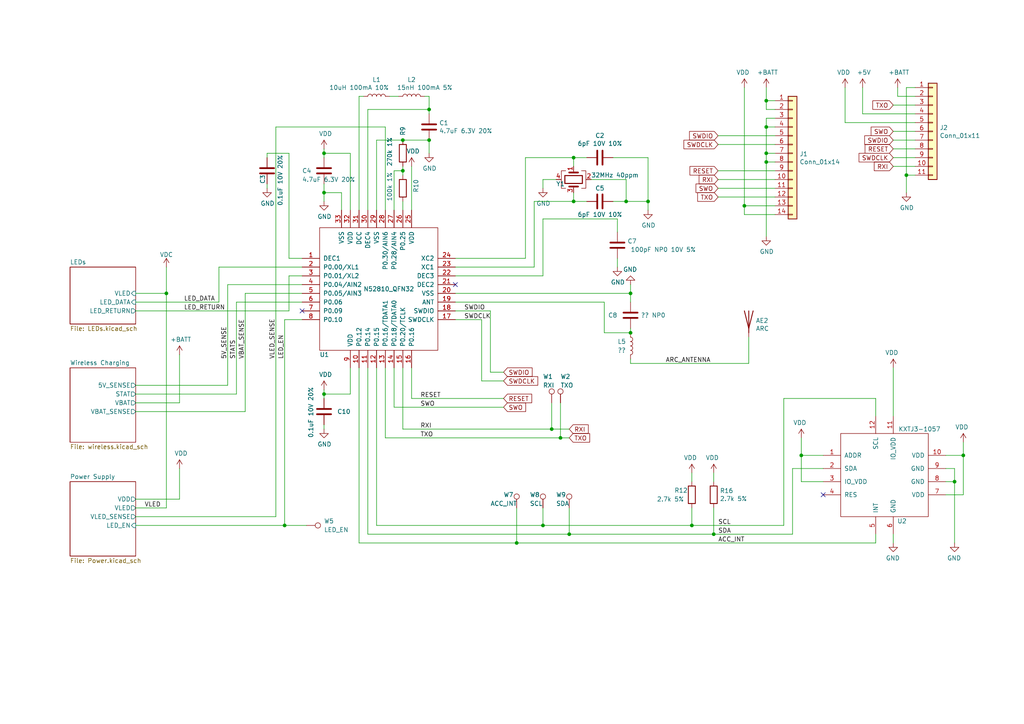
<source format=kicad_sch>
(kicad_sch (version 20211123) (generator eeschema)
  (paper "A4")
  (title_block (title "Pixels D20 Schematic, Main") (date "2021-06-23") (rev "2") (company "Systemic Games, LLC"))
  (lib_symbols
    (symbol "Connector_Generic:Conn_01x11" (pin_names (offset 1.016) hide)
      (property "Reference" "J" (at 0 15.24 0))
      (property "Value" "Conn_01x11" (at 0 -15.24 0))
      (symbol "Conn_01x11_1_1"
        (rectangle (start -1.27 -12.573) (end 0 -12.827) (stroke (width 0.1524)))
        (rectangle (start -1.27 -10.033) (end 0 -10.287) (stroke (width 0.1524)))
        (rectangle (start -1.27 -7.493) (end 0 -7.747) (stroke (width 0.1524)))
        (rectangle (start -1.27 -4.953) (end 0 -5.207) (stroke (width 0.1524)))
        (rectangle (start -1.27 -2.413) (end 0 -2.667) (stroke (width 0.1524)))
        (rectangle (start -1.27 0.127) (end 0 -0.127) (stroke (width 0.1524)))
        (rectangle (start -1.27 2.667) (end 0 2.413) (stroke (width 0.1524)))
        (rectangle (start -1.27 5.207) (end 0 4.953) (stroke (width 0.1524)))
        (rectangle (start -1.27 7.747) (end 0 7.493) (stroke (width 0.1524)))
        (rectangle (start -1.27 10.287) (end 0 10.033) (stroke (width 0.1524)))
        (rectangle (start -1.27 12.827) (end 0 12.573) (stroke (width 0.1524)))
        (rectangle (start -1.27 13.97) (end 1.27 -13.97) (stroke (width 0.254)) (fill (type background)))
        (pin passive line (at -5.08 12.7 0) (length 3.81) (name "Pin_1") (number "1"))
        (pin passive line (at -5.08 -10.16 0) (length 3.81) (name "Pin_10") (number "10"))
        (pin passive line (at -5.08 -12.7 0) (length 3.81) (name "Pin_11") (number "11"))
        (pin passive line (at -5.08 10.16 0) (length 3.81) (name "Pin_2") (number "2"))
        (pin passive line (at -5.08 7.62 0) (length 3.81) (name "Pin_3") (number "3"))
        (pin passive line (at -5.08 5.08 0) (length 3.81) (name "Pin_4") (number "4"))
        (pin passive line (at -5.08 2.54 0) (length 3.81) (name "Pin_5") (number "5"))
        (pin passive line (at -5.08 0 0) (length 3.81) (name "Pin_6") (number "6"))
        (pin passive line (at -5.08 -2.54 0) (length 3.81) (name "Pin_7") (number "7"))
        (pin passive line (at -5.08 -5.08 0) (length 3.81) (name "Pin_8") (number "8"))
        (pin passive line (at -5.08 -7.62 0) (length 3.81) (name "Pin_9") (number "9"))
      )
    )
    (symbol "Connector_Generic:Conn_01x14" (pin_names (offset 1.016) hide)
      (property "Reference" "J" (at 0 17.78 0))
      (property "Value" "Conn_01x14" (at 0 -20.32 0))
      (symbol "Conn_01x14_1_1"
        (rectangle (start -1.27 -17.653) (end 0 -17.907) (stroke (width 0.1524)))
        (rectangle (start -1.27 -15.113) (end 0 -15.367) (stroke (width 0.1524)))
        (rectangle (start -1.27 -12.573) (end 0 -12.827) (stroke (width 0.1524)))
        (rectangle (start -1.27 -10.033) (end 0 -10.287) (stroke (width 0.1524)))
        (rectangle (start -1.27 -7.493) (end 0 -7.747) (stroke (width 0.1524)))
        (rectangle (start -1.27 -4.953) (end 0 -5.207) (stroke (width 0.1524)))
        (rectangle (start -1.27 -2.413) (end 0 -2.667) (stroke (width 0.1524)))
        (rectangle (start -1.27 0.127) (end 0 -0.127) (stroke (width 0.1524)))
        (rectangle (start -1.27 2.667) (end 0 2.413) (stroke (width 0.1524)))
        (rectangle (start -1.27 5.207) (end 0 4.953) (stroke (width 0.1524)))
        (rectangle (start -1.27 7.747) (end 0 7.493) (stroke (width 0.1524)))
        (rectangle (start -1.27 10.287) (end 0 10.033) (stroke (width 0.1524)))
        (rectangle (start -1.27 12.827) (end 0 12.573) (stroke (width 0.1524)))
        (rectangle (start -1.27 15.367) (end 0 15.113) (stroke (width 0.1524)))
        (rectangle (start -1.27 16.51) (end 1.27 -19.05) (stroke (width 0.254)) (fill (type background)))
        (pin passive line (at -5.08 15.24 0) (length 3.81) (name "Pin_1") (number "1"))
        (pin passive line (at -5.08 -7.62 0) (length 3.81) (name "Pin_10") (number "10"))
        (pin passive line (at -5.08 -10.16 0) (length 3.81) (name "Pin_11") (number "11"))
        (pin passive line (at -5.08 -12.7 0) (length 3.81) (name "Pin_12") (number "12"))
        (pin passive line (at -5.08 -15.24 0) (length 3.81) (name "Pin_13") (number "13"))
        (pin passive line (at -5.08 -17.78 0) (length 3.81) (name "Pin_14") (number "14"))
        (pin passive line (at -5.08 12.7 0) (length 3.81) (name "Pin_2") (number "2"))
        (pin passive line (at -5.08 10.16 0) (length 3.81) (name "Pin_3") (number "3"))
        (pin passive line (at -5.08 7.62 0) (length 3.81) (name "Pin_4") (number "4"))
        (pin passive line (at -5.08 5.08 0) (length 3.81) (name "Pin_5") (number "5"))
        (pin passive line (at -5.08 2.54 0) (length 3.81) (name "Pin_6") (number "6"))
        (pin passive line (at -5.08 0 0) (length 3.81) (name "Pin_7") (number "7"))
        (pin passive line (at -5.08 -2.54 0) (length 3.81) (name "Pin_8") (number "8"))
        (pin passive line (at -5.08 -5.08 0) (length 3.81) (name "Pin_9") (number "9"))
      )
    )
    (symbol "Device:Antenna" (pin_numbers hide) (pin_names (offset 1.016) hide)
      (property "Reference" "AE" (at -1.905 1.905 0))
      (property "Value" "Antenna" (at -1.905 0 0))
      (symbol "Antenna_0_1"
        (polyline (pts (xy 0 2.54) (xy 0 -3.81)) (stroke (width 0.254)))
        (polyline (pts (xy 1.27 2.54) (xy 0 -2.54) (xy -1.27 2.54)) (stroke (width 0.254)))
      )
      (symbol "Antenna_1_1"
        (pin input line (at 0 -5.08 90) (length 2.54) (name "A") (number "1"))
      )
    )
    (symbol "Device:C" (pin_numbers hide) (pin_names (offset 0.254))
      (property "Reference" "C" (at 0.635 2.54 0))
      (property "Value" "C" (at 0.635 -2.54 0))
      (symbol "C_0_1"
        (polyline (pts (xy -2.032 -0.762) (xy 2.032 -0.762)) (stroke (width 0.508)))
        (polyline (pts (xy -2.032 0.762) (xy 2.032 0.762)) (stroke (width 0.508)))
      )
      (symbol "C_1_1"
        (pin passive line (at 0 3.81 270) (length 2.794) (name "~") (number "1"))
        (pin passive line (at 0 -3.81 90) (length 2.794) (name "~") (number "2"))
      )
    )
    (symbol "Device:Crystal_GND24" (pin_names (offset 1.016) hide)
      (property "Reference" "Y" (at 3.175 5.08 0))
      (property "Value" "Crystal_GND24" (at 3.175 3.175 0))
      (symbol "Crystal_GND24_0_1"
        (rectangle (start -1.143 2.54) (end 1.143 -2.54) (stroke (width 0.3048)))
        (polyline (pts (xy -2.54 0) (xy -2.032 0)))
        (polyline (pts (xy -2.032 -1.27) (xy -2.032 1.27)) (stroke (width 0.508)))
        (polyline (pts (xy 0 -3.81) (xy 0 -3.556)))
        (polyline (pts (xy 0 3.556) (xy 0 3.81)))
        (polyline (pts (xy 2.032 -1.27) (xy 2.032 1.27)) (stroke (width 0.508)))
        (polyline (pts (xy 2.032 0) (xy 2.54 0)))
        (polyline (pts (xy -2.54 -2.286) (xy -2.54 -3.556) (xy 2.54 -3.556) (xy 2.54 -2.286)))
        (polyline (pts (xy -2.54 2.286) (xy -2.54 3.556) (xy 2.54 3.556) (xy 2.54 2.286)))
      )
      (symbol "Crystal_GND24_1_1"
        (pin passive line (at -3.81 0 0) (length 1.27) (name "1") (number "1"))
        (pin passive line (at 0 5.08 270) (length 1.27) (name "2") (number "2"))
        (pin passive line (at 3.81 0 180) (length 1.27) (name "3") (number "3"))
        (pin passive line (at 0 -5.08 90) (length 1.27) (name "4") (number "4"))
      )
    )
    (symbol "Device:L" (pin_numbers hide) (pin_names (offset 1.016) hide)
      (property "Reference" "L" (at -1.27 0 90))
      (property "Value" "L" (at 1.905 0 90))
      (symbol "L_0_1"
        (arc (start 0 -2.54) (mid 0.635 -1.905) (end 0 -1.27))
        (arc (start 0 -1.27) (mid 0.635 -0.635) (end 0 0))
        (arc (start 0 0) (mid 0.635 0.635) (end 0 1.27))
        (arc (start 0 1.27) (mid 0.635 1.905) (end 0 2.54))
      )
      (symbol "L_1_1"
        (pin passive line (at 0 3.81 270) (length 1.27) (name "1") (number "1"))
        (pin passive line (at 0 -3.81 90) (length 1.27) (name "2") (number "2"))
      )
    )
    (symbol "Device:R" (pin_numbers hide) (pin_names (offset 0))
      (property "Reference" "R" (at 2.032 0 90))
      (property "Value" "R" (at 0 0 90))
      (symbol "R_0_1"
        (rectangle (start -1.016 -2.54) (end 1.016 2.54) (stroke (width 0.254)))
      )
      (symbol "R_1_1"
        (pin passive line (at 0 3.81 270) (length 1.27) (name "~") (number "1"))
        (pin passive line (at 0 -3.81 90) (length 1.27) (name "~") (number "2"))
      )
    )
    (symbol "Pixels-dice:KXTJ3-1057" (pin_names (offset 1.016))
      (property "Reference" "U" (at 10.16 -12.7 0))
      (property "Value" "KXTJ3-1057" (at 8.89 13.97 0))
      (symbol "KXTJ3-1057_0_1"
        (rectangle (start -12.7 12.7) (end 12.7 -11.43))
      )
      (symbol "KXTJ3-1057_1_1"
        (pin input line (at -17.78 6.35 0) (length 5.08) (name "ADDR") (number "1"))
        (pin power_in line (at 17.78 6.35 180) (length 5.08) (name "VDD") (number "10"))
        (pin power_in line (at 2.54 17.78 270) (length 5.08) (name "IO_VDD") (number "11"))
        (pin input line (at -2.54 17.78 270) (length 5.08) (name "SCL") (number "12"))
        (pin bidirectional line (at -17.78 2.54 0) (length 5.08) (name "SDA") (number "2"))
        (pin power_in line (at -17.78 -1.27 0) (length 5.08) (name "IO_VDD") (number "3"))
        (pin passive line (at -17.78 -5.08 0) (length 5.08) (name "RES") (number "4"))
        (pin output line (at -2.54 -16.51 90) (length 5.08) (name "INT") (number "5"))
        (pin power_in line (at 2.54 -16.51 90) (length 5.08) (name "GND") (number "6"))
        (pin power_in line (at 17.78 -5.08 180) (length 5.08) (name "VDD") (number "7"))
        (pin power_in line (at 17.78 -1.27 180) (length 5.08) (name "GND") (number "8"))
        (pin power_in line (at 17.78 2.54 180) (length 5.08) (name "GND") (number "9"))
      )
    )
    (symbol "Pixels-dice:N52810_QFN32" (pin_names (offset 1.016))
      (property "Reference" "U" (at 13.97 -19.05 0))
      (property "Value" "N52810_QFN32" (at 2.54 0 0))
      (symbol "N52810_QFN32_0_1"
        (rectangle (start -17.78 17.78) (end 16.51 -17.78))
      )
      (symbol "N52810_QFN32_1_1"
        (pin power_out line (at -22.86 8.89 0) (length 5.08) (name "DEC1") (number "1"))
        (pin bidirectional line (at -6.35 -22.86 90) (length 5.08) (name "P0.12") (number "10"))
        (pin bidirectional line (at -3.81 -22.86 90) (length 5.08) (name "P0.14") (number "11"))
        (pin bidirectional line (at -1.27 -22.86 90) (length 5.08) (name "P0.15") (number "12"))
        (pin bidirectional line (at 1.27 -22.86 90) (length 5.08) (name "P0.16/TDATA1") (number "13"))
        (pin bidirectional line (at 3.81 -22.86 90) (length 5.08) (name "P0.18/TDATA0") (number "14"))
        (pin bidirectional line (at 6.35 -22.86 90) (length 5.08) (name "P0.20/TCLK") (number "15"))
        (pin bidirectional line (at 8.89 -22.86 90) (length 5.08) (name "P0.16") (number "16"))
        (pin bidirectional line (at 21.59 -8.89 180) (length 5.08) (name "SWDCLK") (number "17"))
        (pin bidirectional line (at 21.59 -6.35 180) (length 5.08) (name "SWDIO") (number "18"))
        (pin output line (at 21.59 -3.81 180) (length 5.08) (name "ANT") (number "19"))
        (pin bidirectional line (at -22.86 6.35 0) (length 5.08) (name "P0.00/XL1") (number "2"))
        (pin output line (at 21.59 -1.27 180) (length 5.08) (name "VSS") (number "20"))
        (pin output line (at 21.59 1.27 180) (length 5.08) (name "DEC2") (number "21"))
        (pin output line (at 21.59 3.81 180) (length 5.08) (name "DEC3") (number "22"))
        (pin output line (at 21.59 6.35 180) (length 5.08) (name "XC1") (number "23"))
        (pin input line (at 21.59 8.89 180) (length 5.08) (name "XC2") (number "24"))
        (pin power_in line (at 8.89 22.86 270) (length 5.08) (name "VDD") (number "25"))
        (pin bidirectional line (at 6.35 22.86 270) (length 5.08) (name "P0.25") (number "26"))
        (pin bidirectional line (at 3.81 22.86 270) (length 5.08) (name "P0.28/AIN4") (number "27"))
        (pin bidirectional line (at 1.27 22.86 270) (length 5.08) (name "P0.30/AIN6") (number "28"))
        (pin power_in line (at -1.27 22.86 270) (length 5.08) (name "VSS") (number "29"))
        (pin bidirectional line (at -22.86 3.81 0) (length 5.08) (name "P0.01/XL2") (number "3"))
        (pin output line (at -3.81 22.86 270) (length 5.08) (name "DEC4") (number "30"))
        (pin output line (at -6.35 22.86 270) (length 5.08) (name "DCC") (number "31"))
        (pin power_in line (at -8.89 22.86 270) (length 5.08) (name "VDD") (number "32"))
        (pin power_in line (at -11.43 22.86 270) (length 5.08) (name "VSS") (number "33"))
        (pin bidirectional line (at -22.86 1.27 0) (length 5.08) (name "P0.04/AIN2") (number "4"))
        (pin bidirectional line (at -22.86 -1.27 0) (length 5.08) (name "P0.05/AIN3") (number "5"))
        (pin bidirectional line (at -22.86 -3.81 0) (length 5.08) (name "P0.06") (number "6"))
        (pin bidirectional line (at -22.86 -6.35 0) (length 5.08) (name "P0.09") (number "7"))
        (pin bidirectional line (at -22.86 -8.89 0) (length 5.08) (name "P0.10") (number "8"))
        (pin power_in line (at -8.89 -22.86 90) (length 5.08) (name "VDD") (number "9"))
      )
    )
    (symbol "Pixels-dice:TEST_1P-conn" (pin_numbers hide) (pin_names (offset 0.762) hide)
      (property "Reference" "W" (at 0 6.858 0))
      (property "Value" "TEST_1P-conn" (at 0 5.08 0))
      (symbol "TEST_1P-conn_0_1"
        (circle (center 0 3.302) (radius 0.762))
      )
      (symbol "TEST_1P-conn_1_1"
        (pin passive line (at 0 0 90) (length 2.54) (name "1") (number "1"))
      )
    )
    (symbol "power:+5V" (power) (pin_names (offset 0))
      (property "Value" "+5V" (at 0 3.556 0))
      (symbol "+5V_0_1"
        (polyline (pts (xy -0.762 1.27) (xy 0 2.54)))
        (polyline (pts (xy 0 0) (xy 0 2.54)))
        (polyline (pts (xy 0 2.54) (xy 0.762 1.27)))
      )
      (symbol "+5V_1_1"
        (pin power_in line (at 0 0 90) (length 0) hide (name "+5V") (number "1"))
      )
    )
    (symbol "power:+BATT" (power) (pin_names (offset 0))
      (property "Value" "+BATT" (at 0 3.556 0))
      (symbol "+BATT_0_1"
        (polyline (pts (xy -0.762 1.27) (xy 0 2.54)))
        (polyline (pts (xy 0 0) (xy 0 2.54)))
        (polyline (pts (xy 0 2.54) (xy 0.762 1.27)))
      )
      (symbol "+BATT_1_1"
        (pin power_in line (at 0 0 90) (length 0) hide (name "+BATT") (number "1"))
      )
    )
    (symbol "power:GND" (power) (pin_names (offset 0))
      (property "Value" "GND" (at 0 -3.81 0))
      (symbol "GND_0_1"
        (polyline (pts (xy 0 0) (xy 0 -1.27) (xy 1.27 -1.27) (xy 0 -2.54) (xy -1.27 -1.27) (xy 0 -1.27)))
      )
      (symbol "GND_1_1"
        (pin power_in line (at 0 0 270) (length 0) hide (name "GND") (number "1"))
      )
    )
    (symbol "power:VDC" (power) (pin_names (offset 0))
      (property "Value" "VDC" (at 0 6.35 0))
      (symbol "VDC_0_1"
        (polyline (pts (xy -0.762 1.27) (xy 0 2.54)))
        (polyline (pts (xy 0 0) (xy 0 2.54)))
        (polyline (pts (xy 0 2.54) (xy 0.762 1.27)))
      )
      (symbol "VDC_1_1"
        (pin power_in line (at 0 0 90) (length 0) hide (name "VDC") (number "1"))
      )
    )
    (symbol "power:VDD" (power) (pin_names (offset 0))
      (property "Value" "VDD" (at 0 3.81 0))
      (symbol "VDD_0_1"
        (polyline (pts (xy -0.762 1.27) (xy 0 2.54)))
        (polyline (pts (xy 0 0) (xy 0 2.54)))
        (polyline (pts (xy 0 2.54) (xy 0.762 1.27)))
      )
      (symbol "VDD_1_1"
        (pin power_in line (at 0 0 90) (length 0) hide (name "VDD") (number "1"))
      )
    )
  )
  (junction (at 279.4 132.08))
  (junction (at 182.88 96.52))
  (junction (at 181.61 58.42))
  (junction (at 276.86 139.7))
  (junction (at 93.98 55.88))
  (junction (at 93.98 44.45))
  (junction (at 124.46 40.64))
  (junction (at 116.84 49.53))
  (junction (at 262.89 50.8))
  (junction (at 166.37 58.42))
  (junction (at 149.86 157.48))
  (junction (at 165.1 154.94))
  (junction (at 207.01 154.94))
  (junction (at 222.25 36.83))
  (junction (at 93.98 114.3))
  (junction (at 124.46 31.75))
  (junction (at 182.88 85.09))
  (junction (at 82.55 152.4))
  (junction (at 222.25 44.45))
  (junction (at 116.84 40.64))
  (junction (at 222.25 29.21))
  (junction (at 187.96 58.42))
  (junction (at 222.25 46.99))
  (junction (at 48.26 85.09))
  (junction (at 162.56 127))
  (junction (at 232.41 132.08))
  (junction (at 215.9 59.69))
  (junction (at 157.48 152.4))
  (junction (at 160.02 124.46))
  (junction (at 200.66 152.4))
  (junction (at 166.37 45.72))
  (no_connect (at 132.08 82.55))
  (no_connect (at 87.63 90.17))
  (no_connect (at 238.76 143.51))
  (wire (pts (xy 99.06 55.88) (xy 93.98 55.88)))
  (wire (pts (xy 99.06 60.96) (xy 99.06 55.88)))
  (wire (pts (xy 222.25 34.29) (xy 222.25 36.83)))
  (wire (pts (xy 207.01 137.16) (xy 207.01 139.7)))
  (wire (pts (xy 149.86 147.32) (xy 149.86 157.48)))
  (wire (pts (xy 109.22 40.64) (xy 109.22 60.96)))
  (wire (pts (xy 181.61 52.07) (xy 181.61 58.42)))
  (wire (pts (xy 250.19 25.4) (xy 250.19 33.02)))
  (wire (pts (xy 154.94 77.47) (xy 154.94 58.42)))
  (wire (pts (xy 93.98 44.45) (xy 93.98 45.72)))
  (wire (pts (xy 232.41 139.7) (xy 232.41 132.08)))
  (wire (pts (xy 279.4 143.51) (xy 274.32 143.51)))
  (wire (pts (xy 101.6 44.45) (xy 93.98 44.45)))
  (wire (pts (xy 177.8 58.42) (xy 181.61 58.42)))
  (wire (pts (xy 157.48 80.01) (xy 132.08 80.01)))
  (wire (pts (xy 139.7 110.49) (xy 146.05 110.49)))
  (wire (pts (xy 132.08 74.93) (xy 152.4 74.93)))
  (wire (pts (xy 238.76 135.89) (xy 229.87 135.89)))
  (wire (pts (xy 207.01 147.32) (xy 207.01 154.94)))
  (wire (pts (xy 187.96 45.72) (xy 187.96 58.42)))
  (wire (pts (xy 224.79 46.99) (xy 222.25 46.99)))
  (wire (pts (xy 160.02 124.46) (xy 165.1 124.46)))
  (wire (pts (xy 166.37 45.72) (xy 170.18 45.72)))
  (wire (pts (xy 259.08 154.94) (xy 259.08 157.48)))
  (wire (pts (xy 39.37 114.3) (xy 68.58 114.3)))
  (wire (pts (xy 132.08 87.63) (xy 175.26 87.63)))
  (wire (pts (xy 208.28 41.91) (xy 224.79 41.91)))
  (wire (pts (xy 39.37 147.32) (xy 48.26 147.32)))
  (wire (pts (xy 215.9 59.69) (xy 215.9 62.23)))
  (wire (pts (xy 116.84 124.46) (xy 116.84 106.68)))
  (wire (pts (xy 162.56 127) (xy 165.1 127)))
  (wire (pts (xy 260.35 25.4) (xy 260.35 27.94)))
  (wire (pts (xy 80.01 36.83) (xy 111.76 36.83)))
  (wire (pts (xy 111.76 36.83) (xy 111.76 60.96)))
  (wire (pts (xy 262.89 25.4) (xy 262.89 50.8)))
  (wire (pts (xy 124.46 40.64) (xy 124.46 44.45)))
  (wire (pts (xy 39.37 111.76) (xy 66.04 111.76)))
  (wire (pts (xy 93.98 114.3) (xy 93.98 115.57)))
  (wire (pts (xy 132.08 85.09) (xy 182.88 85.09)))
  (wire (pts (xy 259.08 40.64) (xy 265.43 40.64)))
  (wire (pts (xy 149.86 157.48) (xy 254 157.48)))
  (wire (pts (xy 66.04 82.55) (xy 66.04 111.76)))
  (wire (pts (xy 224.79 59.69) (xy 215.9 59.69)))
  (wire (pts (xy 274.32 139.7) (xy 276.86 139.7)))
  (wire (pts (xy 175.26 96.52) (xy 182.88 96.52)))
  (wire (pts (xy 152.4 74.93) (xy 152.4 45.72)))
  (wire (pts (xy 217.17 105.41) (xy 217.17 97.79)))
  (wire (pts (xy 182.88 104.14) (xy 182.88 105.41)))
  (wire (pts (xy 132.08 90.17) (xy 142.24 90.17)))
  (wire (pts (xy 114.3 106.68) (xy 114.3 118.11)))
  (wire (pts (xy 101.6 60.96) (xy 101.6 44.45)))
  (wire (pts (xy 83.82 80.01) (xy 87.63 80.01)))
  (wire (pts (xy 254 120.65) (xy 254 115.57)))
  (wire (pts (xy 222.25 31.75) (xy 224.79 31.75)))
  (wire (pts (xy 93.98 114.3) (xy 93.98 113.03)))
  (wire (pts (xy 142.24 107.95) (xy 146.05 107.95)))
  (wire (pts (xy 222.25 29.21) (xy 222.25 31.75)))
  (wire (pts (xy 161.29 52.07) (xy 157.48 52.07)))
  (wire (pts (xy 160.02 116.84) (xy 160.02 124.46)))
  (wire (pts (xy 259.08 45.72) (xy 265.43 45.72)))
  (wire (pts (xy 87.63 77.47) (xy 63.5 77.47)))
  (wire (pts (xy 222.25 44.45) (xy 222.25 46.99)))
  (wire (pts (xy 124.46 31.75) (xy 124.46 33.02)))
  (wire (pts (xy 52.07 144.78) (xy 52.07 135.89)))
  (wire (pts (xy 104.14 60.96) (xy 104.14 27.94)))
  (wire (pts (xy 114.3 60.96) (xy 114.3 49.53)))
  (wire (pts (xy 123.19 27.94) (xy 124.46 27.94)))
  (wire (pts (xy 124.46 31.75) (xy 106.68 31.75)))
  (wire (pts (xy 165.1 154.94) (xy 207.01 154.94)))
  (wire (pts (xy 208.28 49.53) (xy 224.79 49.53)))
  (wire (pts (xy 232.41 132.08) (xy 238.76 132.08)))
  (wire (pts (xy 177.8 45.72) (xy 187.96 45.72)))
  (wire (pts (xy 83.82 90.17) (xy 83.82 80.01)))
  (wire (pts (xy 222.25 36.83) (xy 222.25 44.45)))
  (wire (pts (xy 39.37 85.09) (xy 48.26 85.09)))
  (wire (pts (xy 274.32 135.89) (xy 276.86 135.89)))
  (wire (pts (xy 279.4 132.08) (xy 279.4 143.51)))
  (wire (pts (xy 114.3 49.53) (xy 116.84 49.53)))
  (wire (pts (xy 154.94 58.42) (xy 166.37 58.42)))
  (wire (pts (xy 232.41 132.08) (xy 232.41 127)))
  (wire (pts (xy 101.6 114.3) (xy 93.98 114.3)))
  (wire (pts (xy 111.76 127) (xy 162.56 127)))
  (wire (pts (xy 227.33 115.57) (xy 227.33 152.4)))
  (wire (pts (xy 276.86 139.7) (xy 276.86 157.48)))
  (wire (pts (xy 200.66 137.16) (xy 200.66 139.7)))
  (wire (pts (xy 88.9 152.4) (xy 82.55 152.4)))
  (wire (pts (xy 222.25 34.29) (xy 224.79 34.29)))
  (wire (pts (xy 166.37 58.42) (xy 170.18 58.42)))
  (wire (pts (xy 215.9 62.23) (xy 224.79 62.23)))
  (wire (pts (xy 222.25 46.99) (xy 222.25 68.58)))
  (wire (pts (xy 182.88 82.55) (xy 182.88 85.09)))
  (wire (pts (xy 116.84 124.46) (xy 160.02 124.46)))
  (wire (pts (xy 179.07 63.5) (xy 179.07 67.31)))
  (wire (pts (xy 68.58 87.63) (xy 68.58 114.3)))
  (wire (pts (xy 262.89 55.88) (xy 262.89 50.8)))
  (wire (pts (xy 259.08 48.26) (xy 265.43 48.26)))
  (wire (pts (xy 119.38 106.68) (xy 119.38 115.57)))
  (wire (pts (xy 208.28 57.15) (xy 224.79 57.15)))
  (wire (pts (xy 157.48 152.4) (xy 200.66 152.4)))
  (wire (pts (xy 68.58 87.63) (xy 87.63 87.63)))
  (wire (pts (xy 152.4 45.72) (xy 166.37 45.72)))
  (wire (pts (xy 39.37 144.78) (xy 52.07 144.78)))
  (wire (pts (xy 259.08 38.1) (xy 265.43 38.1)))
  (wire (pts (xy 109.22 106.68) (xy 109.22 152.4)))
  (wire (pts (xy 39.37 119.38) (xy 71.12 119.38)))
  (wire (pts (xy 124.46 27.94) (xy 124.46 31.75)))
  (wire (pts (xy 48.26 85.09) (xy 48.26 147.32)))
  (wire (pts (xy 200.66 152.4) (xy 227.33 152.4)))
  (wire (pts (xy 106.68 154.94) (xy 165.1 154.94)))
  (wire (pts (xy 119.38 48.26) (xy 119.38 60.96)))
  (wire (pts (xy 82.55 152.4) (xy 39.37 152.4)))
  (wire (pts (xy 208.28 54.61) (xy 224.79 54.61)))
  (wire (pts (xy 63.5 87.63) (xy 39.37 87.63)))
  (wire (pts (xy 87.63 82.55) (xy 66.04 82.55)))
  (wire (pts (xy 116.84 58.42) (xy 116.84 60.96)))
  (wire (pts (xy 116.84 40.64) (xy 124.46 40.64)))
  (wire (pts (xy 63.5 77.47) (xy 63.5 87.63)))
  (wire (pts (xy 104.14 27.94) (xy 105.41 27.94)))
  (wire (pts (xy 106.68 154.94) (xy 106.68 106.68)))
  (wire (pts (xy 250.19 33.02) (xy 265.43 33.02)))
  (wire (pts (xy 260.35 27.94) (xy 265.43 27.94)))
  (wire (pts (xy 104.14 157.48) (xy 149.86 157.48)))
  (wire (pts (xy 139.7 92.71) (xy 139.7 110.49)))
  (wire (pts (xy 39.37 149.86) (xy 80.01 149.86)))
  (wire (pts (xy 171.45 52.07) (xy 181.61 52.07)))
  (wire (pts (xy 93.98 44.45) (xy 93.98 43.18)))
  (wire (pts (xy 93.98 55.88) (xy 93.98 58.42)))
  (wire (pts (xy 48.26 85.09) (xy 48.26 77.47)))
  (wire (pts (xy 175.26 87.63) (xy 175.26 96.52)))
  (wire (pts (xy 132.08 92.71) (xy 139.7 92.71)))
  (wire (pts (xy 165.1 147.32) (xy 165.1 154.94)))
  (wire (pts (xy 229.87 135.89) (xy 229.87 154.94)))
  (wire (pts (xy 224.79 44.45) (xy 222.25 44.45)))
  (wire (pts (xy 77.47 53.34) (xy 77.47 54.61)))
  (wire (pts (xy 146.05 115.57) (xy 119.38 115.57)))
  (wire (pts (xy 265.43 25.4) (xy 262.89 25.4)))
  (wire (pts (xy 116.84 49.53) (xy 116.84 50.8)))
  (wire (pts (xy 222.25 25.4) (xy 222.25 29.21)))
  (wire (pts (xy 162.56 116.84) (xy 162.56 127)))
  (wire (pts (xy 157.48 147.32) (xy 157.48 152.4)))
  (wire (pts (xy 83.82 44.45) (xy 77.47 44.45)))
  (wire (pts (xy 182.88 95.25) (xy 182.88 96.52)))
  (wire (pts (xy 182.88 105.41) (xy 217.17 105.41)))
  (wire (pts (xy 142.24 90.17) (xy 142.24 107.95)))
  (wire (pts (xy 109.22 40.64) (xy 116.84 40.64)))
  (wire (pts (xy 279.4 128.27) (xy 279.4 132.08)))
  (wire (pts (xy 87.63 74.93) (xy 83.82 74.93)))
  (wire (pts (xy 82.55 92.71) (xy 87.63 92.71)))
  (wire (pts (xy 93.98 53.34) (xy 93.98 55.88)))
  (wire (pts (xy 157.48 63.5) (xy 157.48 80.01)))
  (wire (pts (xy 254 154.94) (xy 254 157.48)))
  (wire (pts (xy 106.68 31.75) (xy 106.68 60.96)))
  (wire (pts (xy 71.12 85.09) (xy 71.12 119.38)))
  (wire (pts (xy 181.61 58.42) (xy 187.96 58.42)))
  (wire (pts (xy 83.82 74.93) (xy 83.82 44.45)))
  (wire (pts (xy 259.08 43.18) (xy 265.43 43.18)))
  (wire (pts (xy 207.01 154.94) (xy 229.87 154.94)))
  (wire (pts (xy 245.11 25.4) (xy 245.11 35.56)))
  (wire (pts (xy 116.84 48.26) (xy 116.84 49.53)))
  (wire (pts (xy 245.11 35.56) (xy 265.43 35.56)))
  (wire (pts (xy 80.01 36.83) (xy 80.01 149.86)))
  (wire (pts (xy 39.37 116.84) (xy 52.07 116.84)))
  (wire (pts (xy 182.88 85.09) (xy 182.88 87.63)))
  (wire (pts (xy 104.14 106.68) (xy 104.14 157.48)))
  (wire (pts (xy 179.07 74.93) (xy 179.07 77.47)))
  (wire (pts (xy 157.48 52.07) (xy 157.48 54.61)))
  (wire (pts (xy 113.03 27.94) (xy 115.57 27.94)))
  (wire (pts (xy 187.96 58.42) (xy 187.96 60.96)))
  (wire (pts (xy 166.37 55.88) (xy 166.37 58.42)))
  (wire (pts (xy 208.28 39.37) (xy 224.79 39.37)))
  (wire (pts (xy 166.37 48.26) (xy 166.37 45.72)))
  (wire (pts (xy 39.37 90.17) (xy 83.82 90.17)))
  (wire (pts (xy 279.4 132.08) (xy 274.32 132.08)))
  (wire (pts (xy 254 115.57) (xy 227.33 115.57)))
  (wire (pts (xy 179.07 63.5) (xy 157.48 63.5)))
  (wire (pts (xy 238.76 139.7) (xy 232.41 139.7)))
  (wire (pts (xy 146.05 118.11) (xy 114.3 118.11)))
  (wire (pts (xy 262.89 50.8) (xy 265.43 50.8)))
  (wire (pts (xy 77.47 44.45) (xy 77.47 45.72)))
  (wire (pts (xy 224.79 36.83) (xy 222.25 36.83)))
  (wire (pts (xy 111.76 127) (xy 111.76 106.68)))
  (wire (pts (xy 259.08 30.48) (xy 265.43 30.48)))
  (wire (pts (xy 215.9 25.4) (xy 215.9 59.69)))
  (wire (pts (xy 276.86 135.89) (xy 276.86 139.7)))
  (wire (pts (xy 259.08 106.68) (xy 259.08 120.65)))
  (wire (pts (xy 222.25 29.21) (xy 224.79 29.21)))
  (wire (pts (xy 132.08 77.47) (xy 154.94 77.47)))
  (wire (pts (xy 200.66 147.32) (xy 200.66 152.4)))
  (wire (pts (xy 101.6 106.68) (xy 101.6 114.3)))
  (wire (pts (xy 52.07 102.87) (xy 52.07 116.84)))
  (wire (pts (xy 87.63 85.09) (xy 71.12 85.09)))
  (wire (pts (xy 208.28 52.07) (xy 224.79 52.07)))
  (wire (pts (xy 82.55 92.71) (xy 82.55 152.4)))
  (wire (pts (xy 109.22 152.4) (xy 157.48 152.4)))
  (wire (pts (xy 93.98 123.19) (xy 93.98 124.46)))
  (label "VLED_SENSE" (at 80.01 104.14 90))
  (label "TXO" (at 121.92 127 0))
  (label "ACC_INT" (at 208.28 157.48 0))
  (label "SWDCLK" (at 134.62 92.71 0))
  (label "VBAT_SENSE" (at 71.12 104.14 90))
  (label "5V_SENSE" (at 66.04 104.14 90))
  (label "SDA" (at 208.28 154.94 0))
  (label "LED_EN" (at 82.55 104.14 90))
  (label "ARC_ANTENNA" (at 193.04 105.41 0))
  (label "RXI" (at 121.92 124.46 0))
  (label "SWDIO" (at 134.62 90.17 0))
  (label "SWO" (at 121.92 118.11 0))
  (label "LED_DATA" (at 53.34 87.63 0))
  (label "RESET" (at 121.92 115.57 0))
  (label "SCL" (at 208.28 152.4 0))
  (label "VLED" (at 41.91 147.32 0))
  (label "LED_RETURN" (at 53.34 90.17 0))
  (label "STATS" (at 68.58 104.14 90))
  (global_label "TXO" (shape input) (at 165.1 127 0) (property "Intersheet References" "${INTERSHEET_REFS}" (effects hide)))
  (global_label "RXI" (shape input) (at 259.08 48.26 180) (property "Intersheet References" "${INTERSHEET_REFS}" (effects hide)))
  (global_label "RESET" (shape input) (at 259.08 43.18 180) (property "Intersheet References" "${INTERSHEET_REFS}" (effects hide)))
  (global_label "RESET" (shape input) (at 208.28 49.53 180) (property "Intersheet References" "${INTERSHEET_REFS}" (effects hide)))
  (global_label "SWDIO" (shape input) (at 146.05 107.95 0) (property "Intersheet References" "${INTERSHEET_REFS}" (effects hide)))
  (global_label "RXI" (shape input) (at 208.28 52.07 180) (property "Intersheet References" "${INTERSHEET_REFS}" (effects hide)))
  (global_label "SWDCLK" (shape input) (at 259.08 45.72 180) (property "Intersheet References" "${INTERSHEET_REFS}" (effects hide)))
  (global_label "TXO" (shape input) (at 259.08 30.48 180) (property "Intersheet References" "${INTERSHEET_REFS}" (effects hide)))
  (global_label "SWO" (shape input) (at 146.05 118.11 0) (property "Intersheet References" "${INTERSHEET_REFS}" (effects hide)))
  (global_label "SWDCLK" (shape input) (at 146.05 110.49 0) (property "Intersheet References" "${INTERSHEET_REFS}" (effects hide)))
  (global_label "TXO" (shape input) (at 208.28 57.15 180) (property "Intersheet References" "${INTERSHEET_REFS}" (effects hide)))
  (global_label "RESET" (shape input) (at 146.05 115.57 0) (property "Intersheet References" "${INTERSHEET_REFS}" (effects hide)))
  (global_label "SWDIO" (shape input) (at 259.08 40.64 180) (property "Intersheet References" "${INTERSHEET_REFS}" (effects hide)))
  (global_label "SWO" (shape input) (at 208.28 54.61 180) (property "Intersheet References" "${INTERSHEET_REFS}" (effects hide)))
  (global_label "RXI" (shape input) (at 165.1 124.46 0) (property "Intersheet References" "${INTERSHEET_REFS}" (effects hide)))
  (global_label "SWDCLK" (shape input) (at 208.28 41.91 180) (property "Intersheet References" "${INTERSHEET_REFS}" (effects hide)))
  (global_label "SWO" (shape input) (at 259.08 38.1 180) (property "Intersheet References" "${INTERSHEET_REFS}" (effects hide)))
  (global_label "SWDIO" (shape input) (at 208.28 39.37 180) (property "Intersheet References" "${INTERSHEET_REFS}" (effects hide)))
  (symbol (lib_id "power:GND") (at 93.98 124.46 0) (unit 1)
    (property "Reference" "#PWR016" (effects hide))
    (property "Value" "GND" (at 94.107 128.8542 0))
  )
  (symbol (lib_id "power:VDD") (at 93.98 113.03 0) (unit 1)
    (property "Reference" "#PWR014" (effects hide))
    (property "Value" "VDD" (at 94.4118 108.6358 0))
  )
  (symbol (lib_id "Device:C") (at 93.98 119.38 0) (unit 1)
    (property "Reference" "C10" (at 97.79 119.38 0) (effects (justify left)))
    (property "Value" "0.1uF 10V 20%" (at 90.17 127 90) (effects (justify left)))
    (property "Footprint" "Capacitor_SMD:C_0402_1005Metric" (effects hide))
    (property "Generic OK" "YES" (effects hide))
    (property "Pixels Part Number" "SMD-C005" (effects hide))
    (property "Manufacturer" "Murata" (effects hide))
    (property "Manufacturer Part Number" "GRM155R61H104KE19D" (effects hide))
  )
  (symbol (lib_id "power:GND") (at 93.98 58.42 0) (unit 1)
    (property "Reference" "#PWR08" (effects hide))
    (property "Value" "GND" (at 94.107 62.8142 0))
  )
  (symbol (lib_id "power:VDD") (at 93.98 43.18 0) (unit 1)
    (property "Reference" "#PWR01" (effects hide))
    (property "Value" "VDD" (at 94.4118 38.7858 0))
  )
  (symbol (lib_id "Device:C") (at 93.98 49.53 0) (unit 1)
    (property "Reference" "C4" (at 87.63 49.53 0) (effects (justify left)))
    (property "Value" "4.7uF 6.3V 20%" (at 87.63 52.07 0) (effects (justify left)))
    (property "Footprint" "Capacitor_SMD:C_0402_1005Metric" (effects hide))
    (property "Generic OK" "YES" (effects hide))
    (property "Pixels Part Number" "SMD-C002" (effects hide))
    (property "Manufacturer" "Murata" (effects hide))
    (property "Manufacturer Part Number" "GRM155R60J475ME87D" (effects hide))
  )
  (symbol (lib_id "power:GND") (at 77.47 54.61 0) (unit 1)
    (property "Reference" "#PWR05" (effects hide))
    (property "Value" "GND" (at 77.597 59.0042 0))
  )
  (symbol (lib_id "Device:C") (at 77.47 49.53 0) (unit 1)
    (property "Reference" "C3" (at 76.2 53.34 90) (effects (justify left)))
    (property "Value" "0.1uF 10V 20%" (at 81.28 59.69 90) (effects (justify left)))
    (property "Footprint" "Capacitor_SMD:C_0402_1005Metric" (effects hide))
    (property "Generic OK" "YES" (effects hide))
    (property "Pixels Part Number" "SMD-C005" (effects hide))
    (property "Manufacturer" "Murata" (effects hide))
    (property "Manufacturer Part Number" "GRM155R61H104KE19D" (effects hide))
  )
  (symbol (lib_id "Device:L") (at 109.22 27.94 90) (unit 1)
    (property "Reference" "L1" (at 109.22 23.114 90))
    (property "Value" "10uH 100mA 10%" (at 104.14 25.4 90))
    (property "Footprint" "Inductor_SMD:L_0805_2012Metric" (effects hide))
    (property "Generic OK" "YES" (effects hide))
    (property "Pixels Part Number" "SMD-L001" (effects hide))
    (property "Manufacturer" "Taiyo Yuden" (effects hide))
    (property "Manufacturer Part Number" "LBR2012T100K" (effects hide))
  )
  (symbol (lib_id "Device:L") (at 119.38 27.94 90) (unit 1)
    (property "Reference" "L2" (at 119.38 23.114 90))
    (property "Value" "15nH 100mA 5%" (at 123.19 25.4 90))
    (property "Footprint" "Inductor_SMD:L_0402_1005Metric" (effects hide))
    (property "Generic OK" "YES" (effects hide))
    (property "Pixels Part Number" "SMD-L002" (effects hide))
    (property "Manufacturer" "Taiyo Yuden" (effects hide))
    (property "Manufacturer Part Number" "HK100515NJ-T" (effects hide))
  )
  (symbol (lib_id "Device:C") (at 124.46 36.83 0) (unit 1)
    (property "Reference" "C1" (at 127.381 35.6616 0) (effects (justify left)))
    (property "Value" "4.7uF 6.3V 20%" (at 127.381 37.973 0) (effects (justify left)))
    (property "Footprint" "Capacitor_SMD:C_0402_1005Metric" (effects hide))
    (property "Generic OK" "YES" (effects hide))
    (property "Pixels Part Number" "SMD-C002" (effects hide))
    (property "Manufacturer" "Murata" (effects hide))
    (property "Manufacturer Part Number" "GRM155R60J475ME87D" (effects hide))
  )
  (symbol (lib_id "power:GND") (at 124.46 44.45 0) (unit 1)
    (property "Reference" "#PWR03" (effects hide))
    (property "Value" "GND" (at 124.587 48.8442 0))
  )
  (symbol (lib_id "Device:Crystal_GND24") (at 166.37 52.07 270) (unit 1)
    (property "Reference" "Y1" (at 161.29 53.34 90) (effects (justify left)))
    (property "Value" "32MHz 40ppm" (at 171.45 50.8 90) (effects (justify left)))
    (property "Footprint" "Pixels-dice:Crystal_SMD_2016-4Pin_2.0x1.6mm" (effects hide))
    (property "Generic OK" "YES" (effects hide))
    (property "Manufacturer" "Murata" (effects hide))
    (property "Manufacturer Part Number" "XRCGB32M000F2P00R0" (effects hide))
    (property "Pixels Part Number" "SMD-Y001" (effects hide))
  )
  (symbol (lib_id "Device:C") (at 173.99 45.72 270) (unit 1)
    (property "Reference" "C2" (at 173.99 39.3192 90))
    (property "Value" "6pF 10V 10%" (at 173.99 41.6306 90))
    (property "Footprint" "Capacitor_SMD:C_0402_1005Metric" (effects hide))
    (property "Generic OK" "YES" (effects hide))
    (property "Pixels Part Number" "SMD-C001" (effects hide))
    (property "Manufacturer" "Murata" (effects hide))
    (property "Manufacturer Part Number" "GCM1555C1H6R0DA16D" (effects hide))
  )
  (symbol (lib_id "Device:C") (at 173.99 58.42 270) (unit 1)
    (property "Reference" "C5" (at 173.99 54.61 90))
    (property "Value" "6pF 10V 10%" (at 173.99 62.23 90))
    (property "Footprint" "Capacitor_SMD:C_0402_1005Metric" (effects hide))
    (property "Generic OK" "YES" (effects hide))
    (property "Pixels Part Number" "SMD-C001" (effects hide))
    (property "Manufacturer" "Murata" (effects hide))
    (property "Manufacturer Part Number" "GCM1555C1H6R0DA16D" (effects hide))
  )
  (symbol (lib_id "power:GND") (at 187.96 60.96 0) (unit 1)
    (property "Reference" "#PWR09" (effects hide))
    (property "Value" "GND" (at 188.087 65.3542 0))
  )
  (symbol (lib_id "power:GND") (at 179.07 77.47 0) (unit 1)
    (property "Reference" "#PWR011" (effects hide))
    (property "Value" "GND" (at 179.197 81.8642 0))
  )
  (symbol (lib_id "Device:C") (at 179.07 71.12 0) (unit 1)
    (property "Reference" "C7" (at 181.991 69.9516 0) (effects (justify left)))
    (property "Value" "100pF NP0 10V 5%" (at 182.88 72.39 0) (effects (justify left)))
    (property "Footprint" "Capacitor_SMD:C_0402_1005Metric" (effects hide))
    (property "Generic OK" "YES" (effects hide))
    (property "Pixels Part Number" "SMD-C003" (effects hide))
    (property "Manufacturer" "Kemet" (effects hide))
    (property "Manufacturer Part Number" "C0402C101J5GAC7411" (effects hide))
  )
  (symbol (lib_id "Device:C") (at 182.88 91.44 180) (unit 1)
    (property "Reference" "C8" (at 179.07 91.44 0) (effects (justify left)))
    (property "Value" "?? NP0" (at 193.04 91.44 0) (effects (justify left)))
    (property "Footprint" "Capacitor_SMD:C_0402_1005Metric" (effects hide))
    (property "Generic OK" "YES" (effects hide))
    (property "Pixels Part Number" "SMD-C004" (effects hide))
  )
  (symbol (lib_id "power:GND") (at 182.88 82.55 180) (unit 1)
    (property "Reference" "#PWR012" (effects hide))
    (property "Value" "GND" (at 182.753 78.1558 0))
  )
  (symbol (lib_id "power:GND") (at 157.48 54.61 0) (unit 1)
    (property "Reference" "#PWR06" (effects hide))
    (property "Value" "GND" (at 157.607 59.0042 0))
  )
  (symbol (lib_id "power:VDD") (at 52.07 135.89 0) (unit 1)
    (property "Reference" "#PWR021" (effects hide))
    (property "Value" "VDD" (at 52.5018 131.4958 0))
  )
  (symbol (lib_id "Pixels-dice:TEST_1P-conn") (at 160.02 116.84 0) (unit 1)
    (property "Reference" "W1" (at 157.48 109.22 0) (effects (justify left)))
    (property "Value" "RXI" (at 157.48 111.76 0) (effects (justify left)))
    (property "Footprint" "Pixels-dice:TEST_PIN" (effects hide))
  )
  (symbol (lib_id "Pixels-dice:TEST_1P-conn") (at 162.56 116.84 0) (unit 1)
    (property "Reference" "W2" (at 162.56 109.22 0) (effects (justify left)))
    (property "Value" "TXO" (at 162.56 111.76 0) (effects (justify left)))
    (property "Footprint" "Pixels-dice:TEST_PIN" (effects hide))
  )
  (symbol (lib_id "Pixels-dice:TEST_1P-conn") (at 88.9 152.4 270) (unit 1)
    (property "Reference" "W5" (at 93.98 151.13 90) (effects (justify left)))
    (property "Value" "LED_EN" (at 93.98 153.67 90) (effects (justify left)))
    (property "Footprint" "Pixels-dice:TEST_PIN" (effects hide))
  )
  (symbol (lib_id "Pixels-dice:TEST_1P-conn") (at 149.86 147.32 0) (unit 1)
    (property "Reference" "W7" (at 146.05 143.51 0) (effects (justify left)))
    (property "Value" "ACC_INT" (at 142.24 146.05 0) (effects (justify left)))
    (property "Footprint" "Pixels-dice:TEST_PIN" (effects hide))
  )
  (symbol (lib_id "Pixels-dice:TEST_1P-conn") (at 157.48 147.32 0) (unit 1)
    (property "Reference" "W8" (at 153.67 143.51 0) (effects (justify left)))
    (property "Value" "SCL" (at 153.67 146.05 0) (effects (justify left)))
    (property "Footprint" "Pixels-dice:TEST_PIN" (effects hide))
  )
  (symbol (lib_id "Pixels-dice:TEST_1P-conn") (at 165.1 147.32 0) (unit 1)
    (property "Reference" "W9" (at 161.29 143.51 0) (effects (justify left)))
    (property "Value" "SDA" (at 161.29 146.05 0) (effects (justify left)))
    (property "Footprint" "Pixels-dice:TEST_PIN" (effects hide))
  )
  (symbol (lib_id "Pixels-dice:N52810_QFN32") (at 110.49 83.82 0) (unit 1)
    (property "Reference" "U1" (at 92.71 102.87 0) (effects (justify left)))
    (property "Value" "N52810_QFN32" (at 105.41 83.82 0) (effects (justify left)))
    (property "Footprint" "Package_DFN_QFN:QFN-32-1EP_5x5mm_P0.5mm_EP3.1x3.1mm" (effects hide))
    (property "Generic OK" "NO" (effects hide))
    (property "Manufacturer" "Nordic Semiconductor" (effects hide))
    (property "Manufacturer Part Number" "NRF52810-QCAA-R" (effects hide))
    (property "Pixels Part Number" "SMD-U001" (effects hide))
  )
  (symbol (lib_id "power:VDD") (at 119.38 48.26 0) (unit 1)
    (property "Reference" "#PWR04" (effects hide))
    (property "Value" "VDD" (at 119.8118 43.8658 0))
  )
  (symbol (lib_id "Connector_Generic:Conn_01x14") (at 229.87 44.45 0) (unit 1)
    (property "Reference" "J1" (at 231.902 44.6532 0) (effects (justify left)))
    (property "Value" "Conn_01x14" (at 231.902 46.9646 0) (effects (justify left)))
    (property "Footprint" "Pixels-dice:FPC_14" (effects hide))
  )
  (symbol (lib_id "power:+BATT") (at 222.25 25.4 0) (unit 1)
    (property "Reference" "#PWR07" (effects hide))
    (property "Value" "+BATT" (at 222.631 21.0058 0))
  )
  (symbol (lib_id "power:VDD") (at 215.9 25.4 0) (mirror y) (unit 1)
    (property "Reference" "#PWR02" (effects hide))
    (property "Value" "VDD" (at 215.4682 21.0058 0))
  )
  (symbol (lib_id "power:GND") (at 222.25 68.58 0) (unit 1)
    (property "Reference" "#PWR013" (effects hide))
    (property "Value" "GND" (at 222.377 72.9742 0))
  )
  (symbol (lib_id "Device:R") (at 116.84 54.61 0) (unit 1)
    (property "Reference" "R10" (at 120.65 55.88 90) (effects (justify left)))
    (property "Value" "100k 1%" (at 113.03 58.42 90) (effects (justify left)))
    (property "Footprint" "Resistor_SMD:R_0402_1005Metric" (effects hide))
    (property "Generic OK" "YES" (effects hide))
    (property "Pixels Part Number" "SMD-R006" (effects hide))
    (property "Manufacturer" "Vishay" (effects hide))
    (property "Manufacturer Part Number" "CRCW0402100KFKEDC" (effects hide))
  )
  (symbol (lib_id "Device:R") (at 116.84 44.45 0) (unit 1)
    (property "Reference" "R9" (at 116.84 39.37 90) (effects (justify left)))
    (property "Value" "270k 1%" (at 113.03 48.26 90) (effects (justify left)))
    (property "Footprint" "Resistor_SMD:R_0402_1005Metric" (effects hide))
    (property "Generic OK" "YES" (effects hide))
    (property "Pixels Part Number" "SMD-R006" (effects hide))
  )
  (symbol (lib_id "Connector_Generic:Conn_01x11") (at 270.51 38.1 0) (unit 1)
    (property "Reference" "J2" (at 272.542 37.0332 0) (effects (justify left)))
    (property "Value" "Conn_01x11" (at 272.542 39.3446 0) (effects (justify left)))
    (property "Footprint" "Pixels-dice:FPC-POGO-11" (effects hide))
  )
  (symbol (lib_id "power:+BATT") (at 260.35 25.4 0) (unit 1)
    (property "Reference" "#PWR022" (effects hide))
    (property "Value" "+BATT" (at 260.731 21.0058 0))
  )
  (symbol (lib_id "power:VDD") (at 245.11 25.4 0) (mirror y) (unit 1)
    (property "Reference" "#PWR018" (effects hide))
    (property "Value" "VDD" (at 244.6782 21.0058 0))
  )
  (symbol (lib_id "power:GND") (at 262.89 55.88 0) (unit 1)
    (property "Reference" "#PWR024" (effects hide))
    (property "Value" "GND" (at 263.017 60.2742 0))
  )
  (symbol (lib_id "power:+5V") (at 250.19 25.4 0) (unit 1)
    (property "Reference" "#PWR017" (effects hide))
    (property "Value" "+5V" (at 250.571 21.0058 0))
  )
  (symbol (lib_id "Device:L") (at 182.88 100.33 0) (unit 1)
    (property "Reference" "L5" (at 180.34 99.06 0))
    (property "Value" "??" (at 180.34 101.6 0))
    (property "Footprint" "Inductor_SMD:L_0402_1005Metric" (effects hide))
    (property "Generic OK" "YES" (effects hide))
  )
  (symbol (lib_id "Device:Antenna") (at 217.17 92.71 0) (unit 1)
    (property "Reference" "AE2" (at 219.202 92.9894 0) (effects (justify left)))
    (property "Value" "ARC" (at 219.202 95.3008 0) (effects (justify left)))
    (property "Footprint" "Pixels-dice:ARC_Antenna" (effects hide))
  )
  (symbol (lib_id "Device:R") (at 200.66 143.51 0) (unit 1)
    (property "Reference" "R12" (at 195.58 142.24 0) (effects (justify left)))
    (property "Value" "2.7k 5%" (at 190.5 144.78 0) (effects (justify left)))
    (property "Footprint" "Resistor_SMD:R_0402_1005Metric" (effects hide))
    (property "Generic OK" "YES" (effects hide))
    (property "Manufacturer" "Yageo" (effects hide))
    (property "Manufacturer Part Number" "RC0402JR-072K7L" (effects hide))
    (property "Pixels Part Number" "SMD-R021" (effects hide))
  )
  (symbol (lib_id "Device:R") (at 207.01 143.51 0) (unit 1)
    (property "Reference" "R16" (at 208.788 142.3416 0) (effects (justify left)))
    (property "Value" "2.7k 5%" (at 208.788 144.653 0) (effects (justify left)))
    (property "Footprint" "Resistor_SMD:R_0402_1005Metric" (effects hide))
    (property "Generic OK" "YES" (effects hide))
    (property "Manufacturer" "Yageo" (effects hide))
    (property "Manufacturer Part Number" "RC0402JR-072K7L" (effects hide))
    (property "Pixels Part Number" "SMD-R021" (effects hide))
  )
  (symbol (lib_id "power:VDD") (at 207.01 137.16 0) (mirror y) (unit 1)
    (property "Reference" "#PWR046" (effects hide))
    (property "Value" "VDD" (at 206.5782 132.7658 0))
  )
  (symbol (lib_id "power:VDD") (at 200.66 137.16 0) (mirror y) (unit 1)
    (property "Reference" "#PWR045" (effects hide))
    (property "Value" "VDD" (at 200.2282 132.7658 0))
  )
  (symbol (lib_id "Pixels-dice:KXTJ3-1057") (at 256.54 138.43 0) (unit 1)
    (property "Reference" "U2" (at 261.62 151.13 0))
    (property "Value" "KXTJ3-1057" (at 266.7 124.46 0))
    (property "Footprint" "Package_LGA:LGA-12_2x2mm_P0.5mm" (effects hide))
    (property "Manufacturer" "Kionix" (effects hide))
    (property "Manufacturer Part Number" "KXTJ3-1057" (effects hide))
    (property "Pixels Part Number" "SMD-U002-ALT1" (effects hide))
  )
  (symbol (lib_id "power:VDD") (at 279.4 128.27 0) (mirror y) (unit 1)
    (property "Reference" "#PWR037" (effects hide))
    (property "Value" "VDD" (at 278.9682 123.8758 0))
  )
  (symbol (lib_id "power:GND") (at 259.08 157.48 0) (mirror y) (unit 1)
    (property "Reference" "#PWR047" (effects hide))
    (property "Value" "GND" (at 258.953 161.8742 0))
  )
  (symbol (lib_id "power:GND") (at 276.86 157.48 0) (mirror y) (unit 1)
    (property "Reference" "#PWR048" (effects hide))
    (property "Value" "GND" (at 276.733 161.8742 0))
  )
  (symbol (lib_id "power:VDD") (at 259.08 106.68 0) (mirror y) (unit 1)
    (property "Reference" "#PWR015" (effects hide))
    (property "Value" "VDD" (at 258.6482 102.2858 0))
  )
  (symbol (lib_id "power:VDD") (at 232.41 127 0) (mirror y) (unit 1)
    (property "Reference" "#PWR023" (effects hide))
    (property "Value" "VDD" (at 231.9782 122.6058 0))
  )
  (symbol (lib_id "power:VDC") (at 48.26 77.47 0) (unit 1)
    (property "Reference" "#PWR010" (effects hide))
    (property "Value" "VDC" (at 48.26 73.8655 0))
  )
  (symbol (lib_id "power:+BATT") (at 52.07 102.87 0) (unit 1)
    (property "Reference" "#PWR0143" (effects hide))
    (property "Value" "+BATT" (at 52.451 98.4758 0))
  )
  (sheet (at 20.32 139.7) (size 19.05 21.59)
    (property "Sheet name" "Power Supply" (at 20.32 138.9884 0) (effects (justify left bottom)))
    (property "Sheet file" "Power.kicad_sch" (at 20.32 161.8746 0) (effects (justify left top)))
    (pin "VDD" output (at 39.37 144.78 0))
    (pin "VLED" output (at 39.37 147.32 0))
    (pin "LED_EN" input (at 39.37 152.4 0))
    (pin "VLED_SENSE" output (at 39.37 149.86 0))
  )
  (sheet (at 20.32 77.47) (size 19.05 16.51)
    (property "Sheet name" "LEDs" (at 20.32 76.7584 0) (effects (justify left bottom)))
    (property "Sheet file" "LEDs.kicad_sch" (at 20.32 94.5646 0) (effects (justify left top)))
    (pin "VLED" input (at 39.37 85.09 0))
    (pin "LED_DATA" input (at 39.37 87.63 0))
    (pin "LED_RETURN" output (at 39.37 90.17 0))
  )
  (sheet (at 20.32 106.68) (size 19.05 21.59) (stroke (width 0.1524))
    (property "Sheet name" "Wireless Charging" (at 20.32 105.9684 0) (effects (justify left bottom)))
    (property "Sheet file" "wireless.kicad_sch" (at 20.32 128.8546 0) (effects (justify left top)))
    (pin "VBAT" output (at 39.37 116.84 0))
    (pin "STAT" output (at 39.37 114.3 0))
    (pin "5V_SENSE" output (at 39.37 111.76 0))
    (pin "VBAT_SENSE" output (at 39.37 119.38 0))
  )
)
</source>
